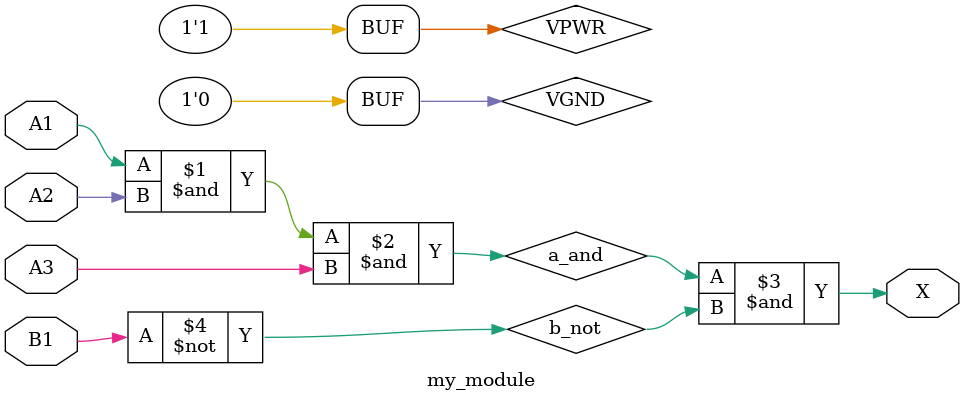
<source format=v>
module my_module (
    X ,
    A1,
    A2,
    A3,
    B1
);

    output X ;
    input  A1;
    input  A2;
    input  A3;
    input  B1;

    // Voltage supply signals
    supply1 VPWR;
    supply0 VGND;

    wire a_and;
    wire b_not;

    // AND gate to check if A1, A2, and A3 are all high
    and gate_a(a_and, A1, A2, A3);

    // NOT gate to invert B1 signal
    not gate_b(b_not, B1);

    // AND gate to combine a_and and b_not signals
    and gate_x(X, a_and, b_not);

endmodule
</source>
